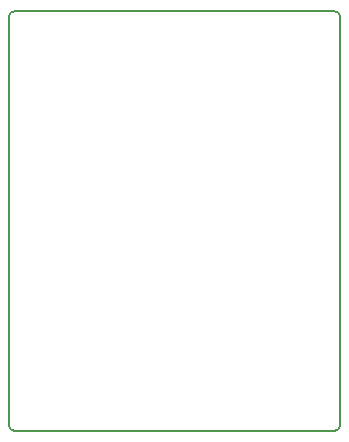
<source format=gko>
G04 DipTrace 3.2.0.1*
G04 xbee_js_basict.gko*
%MOIN*%
G04 #@! TF.FileFunction,Profile*
G04 #@! TF.Part,Single*
%ADD11C,0.005512*%
%FSLAX26Y26*%
G04*
G70*
G90*
G75*
G01*
G04 BoardOutline*
%LPD*%
X409449Y393701D2*
D11*
X1480315D1*
G03X1496063Y409449I-1J15749D01*
G01*
Y1775591D1*
G03X1480315Y1791339I-15749J-1D01*
G01*
X409449D1*
G03X393701Y1775591I1J-15749D01*
G01*
Y409449D1*
G03X409449Y393701I15749J1D01*
G01*
M02*

</source>
